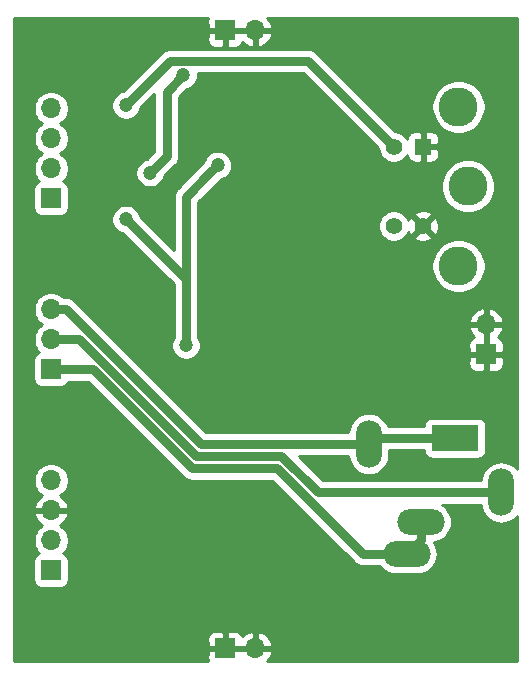
<source format=gbr>
G04 #@! TF.GenerationSoftware,KiCad,Pcbnew,(5.1.6)-1*
G04 #@! TF.CreationDate,2021-03-05T11:33:03+01:00*
G04 #@! TF.ProjectId,rfreplacement,72667265-706c-4616-9365-6d656e742e6b,rev?*
G04 #@! TF.SameCoordinates,Original*
G04 #@! TF.FileFunction,Copper,L2,Bot*
G04 #@! TF.FilePolarity,Positive*
%FSLAX46Y46*%
G04 Gerber Fmt 4.6, Leading zero omitted, Abs format (unit mm)*
G04 Created by KiCad (PCBNEW (5.1.6)-1) date 2021-03-05 11:33:03*
%MOMM*%
%LPD*%
G01*
G04 APERTURE LIST*
G04 #@! TA.AperFunction,ComponentPad*
%ADD10O,2.200000X4.000000*%
G04 #@! TD*
G04 #@! TA.AperFunction,ComponentPad*
%ADD11O,4.000000X2.200000*%
G04 #@! TD*
G04 #@! TA.AperFunction,ComponentPad*
%ADD12R,4.000000X2.200000*%
G04 #@! TD*
G04 #@! TA.AperFunction,ComponentPad*
%ADD13C,3.306000*%
G04 #@! TD*
G04 #@! TA.AperFunction,ComponentPad*
%ADD14C,1.398000*%
G04 #@! TD*
G04 #@! TA.AperFunction,ComponentPad*
%ADD15R,1.398000X1.398000*%
G04 #@! TD*
G04 #@! TA.AperFunction,ComponentPad*
%ADD16O,1.700000X1.700000*%
G04 #@! TD*
G04 #@! TA.AperFunction,ComponentPad*
%ADD17R,1.700000X1.700000*%
G04 #@! TD*
G04 #@! TA.AperFunction,ViaPad*
%ADD18C,1.200000*%
G04 #@! TD*
G04 #@! TA.AperFunction,Conductor*
%ADD19C,0.800000*%
G04 #@! TD*
G04 #@! TA.AperFunction,Conductor*
%ADD20C,0.254000*%
G04 #@! TD*
G04 APERTURE END LIST*
D10*
X146050000Y-96012000D03*
D11*
X138050000Y-101212000D03*
X139250000Y-98512000D03*
D10*
X134850000Y-91912000D03*
D12*
X142150000Y-91412000D03*
D13*
X142446000Y-63344000D03*
X142446000Y-76864000D03*
X143256000Y-70104000D03*
D14*
X136956000Y-73454000D03*
X139446000Y-73454000D03*
X136956000Y-66754000D03*
D15*
X139446000Y-66754000D03*
D16*
X125222000Y-56896000D03*
D17*
X122682000Y-56896000D03*
D16*
X125222000Y-109220000D03*
D17*
X122682000Y-109220000D03*
D16*
X144780000Y-81788000D03*
D17*
X144780000Y-84328000D03*
D16*
X107950000Y-80518000D03*
X107950000Y-83058000D03*
D17*
X107950000Y-85598000D03*
D16*
X107950000Y-94996000D03*
X107950000Y-97536000D03*
X107950000Y-100076000D03*
D17*
X107950000Y-102616000D03*
X107950000Y-71120000D03*
D16*
X107950000Y-68580000D03*
X107950000Y-66040000D03*
X107950000Y-63500000D03*
D18*
X116332000Y-68961000D03*
X119126000Y-60706000D03*
X114300000Y-72898000D03*
X119380000Y-83566000D03*
X122047000Y-68326000D03*
X114300000Y-63246000D03*
X114427000Y-78486000D03*
X123317000Y-70231000D03*
X120650000Y-106934000D03*
D19*
X116332000Y-68961000D02*
X117729000Y-67564000D01*
X117729000Y-62103000D02*
X119126000Y-60706000D01*
X117729000Y-67564000D02*
X117729000Y-62103000D01*
X119380000Y-82717472D02*
X119380000Y-83566000D01*
X119380000Y-77978000D02*
X119380000Y-82717472D01*
X114300000Y-72898000D02*
X119380000Y-77978000D01*
X119380000Y-70993000D02*
X121447001Y-68925999D01*
X121447001Y-68925999D02*
X122047000Y-68326000D01*
X119380000Y-77978000D02*
X119380000Y-70993000D01*
X129707999Y-59505999D02*
X136956000Y-66754000D01*
X118040001Y-59505999D02*
X129707999Y-59505999D01*
X114300000Y-63246000D02*
X118040001Y-59505999D01*
X107951998Y-80518000D02*
X107950000Y-80518000D01*
X135350000Y-91412000D02*
X134850000Y-91912000D01*
X142150000Y-91412000D02*
X135350000Y-91412000D01*
X107950000Y-80518000D02*
X109220000Y-80518000D01*
X120614000Y-91912000D02*
X134850000Y-91912000D01*
X109220000Y-80518000D02*
X120614000Y-91912000D01*
X108190002Y-83058000D02*
X107950000Y-83058000D01*
X130556000Y-96012000D02*
X146050000Y-96012000D01*
X127456010Y-92912010D02*
X130556000Y-96012000D01*
X110345774Y-83058000D02*
X120199783Y-92912010D01*
X120199783Y-92912010D02*
X127456010Y-92912010D01*
X107950000Y-83058000D02*
X110345774Y-83058000D01*
X139250000Y-100012000D02*
X138050000Y-101212000D01*
X139250000Y-98512000D02*
X139250000Y-100012000D01*
X107950000Y-85598000D02*
X111471548Y-85598000D01*
X119853548Y-93980000D02*
X127109774Y-93980000D01*
X111471548Y-85598000D02*
X119853548Y-93980000D01*
X134341774Y-101212000D02*
X138050000Y-101212000D01*
X127109774Y-93980000D02*
X134341774Y-101212000D01*
D20*
G36*
X121206188Y-55921518D02*
G01*
X121193928Y-56046000D01*
X121197000Y-56610250D01*
X121355750Y-56769000D01*
X122555000Y-56769000D01*
X122555000Y-56749000D01*
X122809000Y-56749000D01*
X122809000Y-56769000D01*
X125095000Y-56769000D01*
X125095000Y-56749000D01*
X125349000Y-56749000D01*
X125349000Y-56769000D01*
X126542814Y-56769000D01*
X126663481Y-56539109D01*
X126566157Y-56264748D01*
X126417178Y-56014645D01*
X126226405Y-55803000D01*
X147397000Y-55803000D01*
X147397001Y-94018430D01*
X147282766Y-93879234D01*
X147018578Y-93662421D01*
X146717168Y-93501314D01*
X146390119Y-93402105D01*
X146050000Y-93368606D01*
X145709882Y-93402105D01*
X145382833Y-93501314D01*
X145081423Y-93662421D01*
X144817235Y-93879234D01*
X144600422Y-94143422D01*
X144439315Y-94444832D01*
X144340106Y-94771881D01*
X144319903Y-94977000D01*
X130984711Y-94977000D01*
X128954710Y-92947000D01*
X133119903Y-92947000D01*
X133140105Y-93152118D01*
X133239314Y-93479167D01*
X133400421Y-93780577D01*
X133617234Y-94044766D01*
X133881422Y-94261579D01*
X134182832Y-94422686D01*
X134509881Y-94521895D01*
X134850000Y-94555394D01*
X135190118Y-94521895D01*
X135517167Y-94422686D01*
X135818577Y-94261579D01*
X136082766Y-94044766D01*
X136299579Y-93780578D01*
X136460686Y-93479168D01*
X136559895Y-93152119D01*
X136585000Y-92897225D01*
X136585000Y-92447000D01*
X139511928Y-92447000D01*
X139511928Y-92512000D01*
X139524188Y-92636482D01*
X139560498Y-92756180D01*
X139619463Y-92866494D01*
X139698815Y-92963185D01*
X139795506Y-93042537D01*
X139905820Y-93101502D01*
X140025518Y-93137812D01*
X140150000Y-93150072D01*
X144150000Y-93150072D01*
X144274482Y-93137812D01*
X144394180Y-93101502D01*
X144504494Y-93042537D01*
X144601185Y-92963185D01*
X144680537Y-92866494D01*
X144739502Y-92756180D01*
X144775812Y-92636482D01*
X144788072Y-92512000D01*
X144788072Y-90312000D01*
X144775812Y-90187518D01*
X144739502Y-90067820D01*
X144680537Y-89957506D01*
X144601185Y-89860815D01*
X144504494Y-89781463D01*
X144394180Y-89722498D01*
X144274482Y-89686188D01*
X144150000Y-89673928D01*
X140150000Y-89673928D01*
X140025518Y-89686188D01*
X139905820Y-89722498D01*
X139795506Y-89781463D01*
X139698815Y-89860815D01*
X139619463Y-89957506D01*
X139560498Y-90067820D01*
X139524188Y-90187518D01*
X139511928Y-90312000D01*
X139511928Y-90377000D01*
X136470444Y-90377000D01*
X136460686Y-90344832D01*
X136299579Y-90043422D01*
X136082766Y-89779234D01*
X135818578Y-89562421D01*
X135517168Y-89401314D01*
X135190119Y-89302105D01*
X134850000Y-89268606D01*
X134509882Y-89302105D01*
X134182833Y-89401314D01*
X133881423Y-89562421D01*
X133617235Y-89779234D01*
X133400422Y-90043422D01*
X133239315Y-90344832D01*
X133140106Y-90671881D01*
X133119903Y-90877000D01*
X121042711Y-90877000D01*
X115343711Y-85178000D01*
X143291928Y-85178000D01*
X143304188Y-85302482D01*
X143340498Y-85422180D01*
X143399463Y-85532494D01*
X143478815Y-85629185D01*
X143575506Y-85708537D01*
X143685820Y-85767502D01*
X143805518Y-85803812D01*
X143930000Y-85816072D01*
X144494250Y-85813000D01*
X144653000Y-85654250D01*
X144653000Y-84455000D01*
X144907000Y-84455000D01*
X144907000Y-85654250D01*
X145065750Y-85813000D01*
X145630000Y-85816072D01*
X145754482Y-85803812D01*
X145874180Y-85767502D01*
X145984494Y-85708537D01*
X146081185Y-85629185D01*
X146160537Y-85532494D01*
X146219502Y-85422180D01*
X146255812Y-85302482D01*
X146268072Y-85178000D01*
X146265000Y-84613750D01*
X146106250Y-84455000D01*
X144907000Y-84455000D01*
X144653000Y-84455000D01*
X143453750Y-84455000D01*
X143295000Y-84613750D01*
X143291928Y-85178000D01*
X115343711Y-85178000D01*
X109987807Y-79822097D01*
X109955396Y-79782604D01*
X109797797Y-79653266D01*
X109617993Y-79557159D01*
X109422895Y-79497976D01*
X109270838Y-79483000D01*
X109270828Y-79483000D01*
X109220000Y-79477994D01*
X109169172Y-79483000D01*
X109015107Y-79483000D01*
X108896632Y-79364525D01*
X108653411Y-79202010D01*
X108383158Y-79090068D01*
X108096260Y-79033000D01*
X107803740Y-79033000D01*
X107516842Y-79090068D01*
X107246589Y-79202010D01*
X107003368Y-79364525D01*
X106796525Y-79571368D01*
X106634010Y-79814589D01*
X106522068Y-80084842D01*
X106465000Y-80371740D01*
X106465000Y-80664260D01*
X106522068Y-80951158D01*
X106634010Y-81221411D01*
X106796525Y-81464632D01*
X107003368Y-81671475D01*
X107177760Y-81788000D01*
X107003368Y-81904525D01*
X106796525Y-82111368D01*
X106634010Y-82354589D01*
X106522068Y-82624842D01*
X106465000Y-82911740D01*
X106465000Y-83204260D01*
X106522068Y-83491158D01*
X106634010Y-83761411D01*
X106796525Y-84004632D01*
X106928380Y-84136487D01*
X106855820Y-84158498D01*
X106745506Y-84217463D01*
X106648815Y-84296815D01*
X106569463Y-84393506D01*
X106510498Y-84503820D01*
X106474188Y-84623518D01*
X106461928Y-84748000D01*
X106461928Y-86448000D01*
X106474188Y-86572482D01*
X106510498Y-86692180D01*
X106569463Y-86802494D01*
X106648815Y-86899185D01*
X106745506Y-86978537D01*
X106855820Y-87037502D01*
X106975518Y-87073812D01*
X107100000Y-87086072D01*
X108800000Y-87086072D01*
X108924482Y-87073812D01*
X109044180Y-87037502D01*
X109154494Y-86978537D01*
X109251185Y-86899185D01*
X109330537Y-86802494D01*
X109389502Y-86692180D01*
X109407454Y-86633000D01*
X111042838Y-86633000D01*
X119085744Y-94675907D01*
X119118152Y-94715396D01*
X119157640Y-94747803D01*
X119275750Y-94844734D01*
X119371857Y-94896104D01*
X119455555Y-94940841D01*
X119650653Y-95000024D01*
X119802710Y-95015000D01*
X119802719Y-95015000D01*
X119853547Y-95020006D01*
X119904375Y-95015000D01*
X126681064Y-95015000D01*
X133573971Y-101907908D01*
X133606378Y-101947396D01*
X133763977Y-102076734D01*
X133943781Y-102172841D01*
X134138879Y-102232024D01*
X134290936Y-102247000D01*
X134290945Y-102247000D01*
X134341773Y-102252006D01*
X134392601Y-102247000D01*
X135754932Y-102247000D01*
X135917234Y-102444766D01*
X136181422Y-102661579D01*
X136482832Y-102822686D01*
X136809881Y-102921895D01*
X137064775Y-102947000D01*
X139035225Y-102947000D01*
X139290119Y-102921895D01*
X139617168Y-102822686D01*
X139918578Y-102661579D01*
X140182766Y-102444766D01*
X140399579Y-102180578D01*
X140560686Y-101879168D01*
X140659895Y-101552119D01*
X140693394Y-101212000D01*
X140659895Y-100871881D01*
X140560686Y-100544832D01*
X140399579Y-100243422D01*
X140390005Y-100231755D01*
X140490119Y-100221895D01*
X140817168Y-100122686D01*
X141118578Y-99961579D01*
X141382766Y-99744766D01*
X141599579Y-99480578D01*
X141760686Y-99179168D01*
X141859895Y-98852119D01*
X141893394Y-98512000D01*
X141859895Y-98171881D01*
X141760686Y-97844832D01*
X141599579Y-97543422D01*
X141382766Y-97279234D01*
X141118578Y-97062421D01*
X141089727Y-97047000D01*
X144319903Y-97047000D01*
X144340105Y-97252118D01*
X144439314Y-97579167D01*
X144600421Y-97880577D01*
X144817234Y-98144766D01*
X145081422Y-98361579D01*
X145382832Y-98522686D01*
X145709881Y-98621895D01*
X146050000Y-98655394D01*
X146390118Y-98621895D01*
X146717167Y-98522686D01*
X147018577Y-98361579D01*
X147282766Y-98144766D01*
X147397001Y-98005570D01*
X147397001Y-110313000D01*
X126226405Y-110313000D01*
X126417178Y-110101355D01*
X126566157Y-109851252D01*
X126663481Y-109576891D01*
X126542814Y-109347000D01*
X125349000Y-109347000D01*
X125349000Y-109367000D01*
X125095000Y-109367000D01*
X125095000Y-109347000D01*
X122809000Y-109347000D01*
X122809000Y-109367000D01*
X122555000Y-109367000D01*
X122555000Y-109347000D01*
X121355750Y-109347000D01*
X121197000Y-109505750D01*
X121193928Y-110070000D01*
X121206188Y-110194482D01*
X121242140Y-110313000D01*
X104825000Y-110313000D01*
X104825000Y-108370000D01*
X121193928Y-108370000D01*
X121197000Y-108934250D01*
X121355750Y-109093000D01*
X122555000Y-109093000D01*
X122555000Y-107893750D01*
X122809000Y-107893750D01*
X122809000Y-109093000D01*
X125095000Y-109093000D01*
X125095000Y-107899845D01*
X125349000Y-107899845D01*
X125349000Y-109093000D01*
X126542814Y-109093000D01*
X126663481Y-108863109D01*
X126566157Y-108588748D01*
X126417178Y-108338645D01*
X126222269Y-108122412D01*
X125988920Y-107948359D01*
X125726099Y-107823175D01*
X125578890Y-107778524D01*
X125349000Y-107899845D01*
X125095000Y-107899845D01*
X124865110Y-107778524D01*
X124717901Y-107823175D01*
X124455080Y-107948359D01*
X124221731Y-108122412D01*
X124145966Y-108206466D01*
X124121502Y-108125820D01*
X124062537Y-108015506D01*
X123983185Y-107918815D01*
X123886494Y-107839463D01*
X123776180Y-107780498D01*
X123656482Y-107744188D01*
X123532000Y-107731928D01*
X122967750Y-107735000D01*
X122809000Y-107893750D01*
X122555000Y-107893750D01*
X122396250Y-107735000D01*
X121832000Y-107731928D01*
X121707518Y-107744188D01*
X121587820Y-107780498D01*
X121477506Y-107839463D01*
X121380815Y-107918815D01*
X121301463Y-108015506D01*
X121242498Y-108125820D01*
X121206188Y-108245518D01*
X121193928Y-108370000D01*
X104825000Y-108370000D01*
X104825000Y-101766000D01*
X106461928Y-101766000D01*
X106461928Y-103466000D01*
X106474188Y-103590482D01*
X106510498Y-103710180D01*
X106569463Y-103820494D01*
X106648815Y-103917185D01*
X106745506Y-103996537D01*
X106855820Y-104055502D01*
X106975518Y-104091812D01*
X107100000Y-104104072D01*
X108800000Y-104104072D01*
X108924482Y-104091812D01*
X109044180Y-104055502D01*
X109154494Y-103996537D01*
X109251185Y-103917185D01*
X109330537Y-103820494D01*
X109389502Y-103710180D01*
X109425812Y-103590482D01*
X109438072Y-103466000D01*
X109438072Y-101766000D01*
X109425812Y-101641518D01*
X109389502Y-101521820D01*
X109330537Y-101411506D01*
X109251185Y-101314815D01*
X109154494Y-101235463D01*
X109044180Y-101176498D01*
X108971620Y-101154487D01*
X109103475Y-101022632D01*
X109265990Y-100779411D01*
X109377932Y-100509158D01*
X109435000Y-100222260D01*
X109435000Y-99929740D01*
X109377932Y-99642842D01*
X109265990Y-99372589D01*
X109103475Y-99129368D01*
X108896632Y-98922525D01*
X108714466Y-98800805D01*
X108831355Y-98731178D01*
X109047588Y-98536269D01*
X109221641Y-98302920D01*
X109346825Y-98040099D01*
X109391476Y-97892890D01*
X109270155Y-97663000D01*
X108077000Y-97663000D01*
X108077000Y-97683000D01*
X107823000Y-97683000D01*
X107823000Y-97663000D01*
X106629845Y-97663000D01*
X106508524Y-97892890D01*
X106553175Y-98040099D01*
X106678359Y-98302920D01*
X106852412Y-98536269D01*
X107068645Y-98731178D01*
X107185534Y-98800805D01*
X107003368Y-98922525D01*
X106796525Y-99129368D01*
X106634010Y-99372589D01*
X106522068Y-99642842D01*
X106465000Y-99929740D01*
X106465000Y-100222260D01*
X106522068Y-100509158D01*
X106634010Y-100779411D01*
X106796525Y-101022632D01*
X106928380Y-101154487D01*
X106855820Y-101176498D01*
X106745506Y-101235463D01*
X106648815Y-101314815D01*
X106569463Y-101411506D01*
X106510498Y-101521820D01*
X106474188Y-101641518D01*
X106461928Y-101766000D01*
X104825000Y-101766000D01*
X104825000Y-94849740D01*
X106465000Y-94849740D01*
X106465000Y-95142260D01*
X106522068Y-95429158D01*
X106634010Y-95699411D01*
X106796525Y-95942632D01*
X107003368Y-96149475D01*
X107185534Y-96271195D01*
X107068645Y-96340822D01*
X106852412Y-96535731D01*
X106678359Y-96769080D01*
X106553175Y-97031901D01*
X106508524Y-97179110D01*
X106629845Y-97409000D01*
X107823000Y-97409000D01*
X107823000Y-97389000D01*
X108077000Y-97389000D01*
X108077000Y-97409000D01*
X109270155Y-97409000D01*
X109391476Y-97179110D01*
X109346825Y-97031901D01*
X109221641Y-96769080D01*
X109047588Y-96535731D01*
X108831355Y-96340822D01*
X108714466Y-96271195D01*
X108896632Y-96149475D01*
X109103475Y-95942632D01*
X109265990Y-95699411D01*
X109377932Y-95429158D01*
X109435000Y-95142260D01*
X109435000Y-94849740D01*
X109377932Y-94562842D01*
X109265990Y-94292589D01*
X109103475Y-94049368D01*
X108896632Y-93842525D01*
X108653411Y-93680010D01*
X108383158Y-93568068D01*
X108096260Y-93511000D01*
X107803740Y-93511000D01*
X107516842Y-93568068D01*
X107246589Y-93680010D01*
X107003368Y-93842525D01*
X106796525Y-94049368D01*
X106634010Y-94292589D01*
X106522068Y-94562842D01*
X106465000Y-94849740D01*
X104825000Y-94849740D01*
X104825000Y-72776363D01*
X113065000Y-72776363D01*
X113065000Y-73019637D01*
X113112460Y-73258236D01*
X113205557Y-73482992D01*
X113340713Y-73685267D01*
X113512733Y-73857287D01*
X113715008Y-73992443D01*
X113939764Y-74085540D01*
X114044704Y-74106414D01*
X118345000Y-78406711D01*
X118345001Y-82666625D01*
X118345000Y-82666635D01*
X118345000Y-82892045D01*
X118285557Y-82981008D01*
X118192460Y-83205764D01*
X118145000Y-83444363D01*
X118145000Y-83687637D01*
X118192460Y-83926236D01*
X118285557Y-84150992D01*
X118420713Y-84353267D01*
X118592733Y-84525287D01*
X118795008Y-84660443D01*
X119019764Y-84753540D01*
X119258363Y-84801000D01*
X119501637Y-84801000D01*
X119740236Y-84753540D01*
X119964992Y-84660443D01*
X120167267Y-84525287D01*
X120339287Y-84353267D01*
X120474443Y-84150992D01*
X120567540Y-83926236D01*
X120615000Y-83687637D01*
X120615000Y-83478000D01*
X143291928Y-83478000D01*
X143295000Y-84042250D01*
X143453750Y-84201000D01*
X144653000Y-84201000D01*
X144653000Y-81915000D01*
X144907000Y-81915000D01*
X144907000Y-84201000D01*
X146106250Y-84201000D01*
X146265000Y-84042250D01*
X146268072Y-83478000D01*
X146255812Y-83353518D01*
X146219502Y-83233820D01*
X146160537Y-83123506D01*
X146081185Y-83026815D01*
X145984494Y-82947463D01*
X145874180Y-82888498D01*
X145793534Y-82864034D01*
X145877588Y-82788269D01*
X146051641Y-82554920D01*
X146176825Y-82292099D01*
X146221476Y-82144890D01*
X146100155Y-81915000D01*
X144907000Y-81915000D01*
X144653000Y-81915000D01*
X143459845Y-81915000D01*
X143338524Y-82144890D01*
X143383175Y-82292099D01*
X143508359Y-82554920D01*
X143682412Y-82788269D01*
X143766466Y-82864034D01*
X143685820Y-82888498D01*
X143575506Y-82947463D01*
X143478815Y-83026815D01*
X143399463Y-83123506D01*
X143340498Y-83233820D01*
X143304188Y-83353518D01*
X143291928Y-83478000D01*
X120615000Y-83478000D01*
X120615000Y-83444363D01*
X120567540Y-83205764D01*
X120474443Y-82981008D01*
X120415000Y-82892045D01*
X120415000Y-81431110D01*
X143338524Y-81431110D01*
X143459845Y-81661000D01*
X144653000Y-81661000D01*
X144653000Y-80467186D01*
X144907000Y-80467186D01*
X144907000Y-81661000D01*
X146100155Y-81661000D01*
X146221476Y-81431110D01*
X146176825Y-81283901D01*
X146051641Y-81021080D01*
X145877588Y-80787731D01*
X145661355Y-80592822D01*
X145411252Y-80443843D01*
X145136891Y-80346519D01*
X144907000Y-80467186D01*
X144653000Y-80467186D01*
X144423109Y-80346519D01*
X144148748Y-80443843D01*
X143898645Y-80592822D01*
X143682412Y-80787731D01*
X143508359Y-81021080D01*
X143383175Y-81283901D01*
X143338524Y-81431110D01*
X120415000Y-81431110D01*
X120415000Y-78028835D01*
X120420007Y-77978000D01*
X120415000Y-77927162D01*
X120415000Y-76638652D01*
X140158000Y-76638652D01*
X140158000Y-77089348D01*
X140245926Y-77531385D01*
X140418400Y-77947775D01*
X140668794Y-78322515D01*
X140987485Y-78641206D01*
X141362225Y-78891600D01*
X141778615Y-79064074D01*
X142220652Y-79152000D01*
X142671348Y-79152000D01*
X143113385Y-79064074D01*
X143529775Y-78891600D01*
X143904515Y-78641206D01*
X144223206Y-78322515D01*
X144473600Y-77947775D01*
X144646074Y-77531385D01*
X144734000Y-77089348D01*
X144734000Y-76638652D01*
X144646074Y-76196615D01*
X144473600Y-75780225D01*
X144223206Y-75405485D01*
X143904515Y-75086794D01*
X143529775Y-74836400D01*
X143113385Y-74663926D01*
X142671348Y-74576000D01*
X142220652Y-74576000D01*
X141778615Y-74663926D01*
X141362225Y-74836400D01*
X140987485Y-75086794D01*
X140668794Y-75405485D01*
X140418400Y-75780225D01*
X140245926Y-76196615D01*
X140158000Y-76638652D01*
X120415000Y-76638652D01*
X120415000Y-73322612D01*
X135622000Y-73322612D01*
X135622000Y-73585388D01*
X135673265Y-73843114D01*
X135773824Y-74085886D01*
X135919814Y-74304376D01*
X136105624Y-74490186D01*
X136324114Y-74636176D01*
X136566886Y-74736735D01*
X136824612Y-74788000D01*
X137087388Y-74788000D01*
X137345114Y-74736735D01*
X137587886Y-74636176D01*
X137806376Y-74490186D01*
X137922007Y-74374555D01*
X138705050Y-74374555D01*
X138764389Y-74608221D01*
X139002664Y-74719018D01*
X139257975Y-74781202D01*
X139520512Y-74792382D01*
X139780186Y-74752129D01*
X140027017Y-74661990D01*
X140127611Y-74608221D01*
X140186950Y-74374555D01*
X139446000Y-73633605D01*
X138705050Y-74374555D01*
X137922007Y-74374555D01*
X137992186Y-74304376D01*
X138138176Y-74085886D01*
X138201106Y-73933960D01*
X138238010Y-74035017D01*
X138291779Y-74135611D01*
X138525445Y-74194950D01*
X139266395Y-73454000D01*
X139625605Y-73454000D01*
X140366555Y-74194950D01*
X140600221Y-74135611D01*
X140711018Y-73897336D01*
X140773202Y-73642025D01*
X140784382Y-73379488D01*
X140744129Y-73119814D01*
X140653990Y-72872983D01*
X140600221Y-72772389D01*
X140366555Y-72713050D01*
X139625605Y-73454000D01*
X139266395Y-73454000D01*
X138525445Y-72713050D01*
X138291779Y-72772389D01*
X138199648Y-72970521D01*
X138138176Y-72822114D01*
X137992186Y-72603624D01*
X137922007Y-72533445D01*
X138705050Y-72533445D01*
X139446000Y-73274395D01*
X140186950Y-72533445D01*
X140127611Y-72299779D01*
X139889336Y-72188982D01*
X139634025Y-72126798D01*
X139371488Y-72115618D01*
X139111814Y-72155871D01*
X138864983Y-72246010D01*
X138764389Y-72299779D01*
X138705050Y-72533445D01*
X137922007Y-72533445D01*
X137806376Y-72417814D01*
X137587886Y-72271824D01*
X137345114Y-72171265D01*
X137087388Y-72120000D01*
X136824612Y-72120000D01*
X136566886Y-72171265D01*
X136324114Y-72271824D01*
X136105624Y-72417814D01*
X135919814Y-72603624D01*
X135773824Y-72822114D01*
X135673265Y-73064886D01*
X135622000Y-73322612D01*
X120415000Y-73322612D01*
X120415000Y-71421710D01*
X121958058Y-69878652D01*
X140968000Y-69878652D01*
X140968000Y-70329348D01*
X141055926Y-70771385D01*
X141228400Y-71187775D01*
X141478794Y-71562515D01*
X141797485Y-71881206D01*
X142172225Y-72131600D01*
X142588615Y-72304074D01*
X143030652Y-72392000D01*
X143481348Y-72392000D01*
X143923385Y-72304074D01*
X144339775Y-72131600D01*
X144714515Y-71881206D01*
X145033206Y-71562515D01*
X145283600Y-71187775D01*
X145456074Y-70771385D01*
X145544000Y-70329348D01*
X145544000Y-69878652D01*
X145456074Y-69436615D01*
X145283600Y-69020225D01*
X145033206Y-68645485D01*
X144714515Y-68326794D01*
X144339775Y-68076400D01*
X143923385Y-67903926D01*
X143481348Y-67816000D01*
X143030652Y-67816000D01*
X142588615Y-67903926D01*
X142172225Y-68076400D01*
X141797485Y-68326794D01*
X141478794Y-68645485D01*
X141228400Y-69020225D01*
X141055926Y-69436615D01*
X140968000Y-69878652D01*
X121958058Y-69878652D01*
X122214804Y-69621907D01*
X122214809Y-69621901D01*
X122302296Y-69534414D01*
X122407236Y-69513540D01*
X122631992Y-69420443D01*
X122834267Y-69285287D01*
X123006287Y-69113267D01*
X123141443Y-68910992D01*
X123234540Y-68686236D01*
X123282000Y-68447637D01*
X123282000Y-68204363D01*
X123234540Y-67965764D01*
X123141443Y-67741008D01*
X123006287Y-67538733D01*
X122834267Y-67366713D01*
X122631992Y-67231557D01*
X122407236Y-67138460D01*
X122168637Y-67091000D01*
X121925363Y-67091000D01*
X121686764Y-67138460D01*
X121462008Y-67231557D01*
X121259733Y-67366713D01*
X121087713Y-67538733D01*
X120952557Y-67741008D01*
X120859460Y-67965764D01*
X120838586Y-68070704D01*
X120751099Y-68158191D01*
X120751093Y-68158196D01*
X118684092Y-70225198D01*
X118644605Y-70257604D01*
X118612198Y-70297092D01*
X118612197Y-70297093D01*
X118515266Y-70415203D01*
X118419160Y-70595007D01*
X118359977Y-70790105D01*
X118339994Y-70993000D01*
X118345001Y-71043838D01*
X118345000Y-75479290D01*
X115508414Y-72642704D01*
X115487540Y-72537764D01*
X115394443Y-72313008D01*
X115259287Y-72110733D01*
X115087267Y-71938713D01*
X114884992Y-71803557D01*
X114660236Y-71710460D01*
X114421637Y-71663000D01*
X114178363Y-71663000D01*
X113939764Y-71710460D01*
X113715008Y-71803557D01*
X113512733Y-71938713D01*
X113340713Y-72110733D01*
X113205557Y-72313008D01*
X113112460Y-72537764D01*
X113065000Y-72776363D01*
X104825000Y-72776363D01*
X104825000Y-70270000D01*
X106461928Y-70270000D01*
X106461928Y-71970000D01*
X106474188Y-72094482D01*
X106510498Y-72214180D01*
X106569463Y-72324494D01*
X106648815Y-72421185D01*
X106745506Y-72500537D01*
X106855820Y-72559502D01*
X106975518Y-72595812D01*
X107100000Y-72608072D01*
X108800000Y-72608072D01*
X108924482Y-72595812D01*
X109044180Y-72559502D01*
X109154494Y-72500537D01*
X109251185Y-72421185D01*
X109330537Y-72324494D01*
X109389502Y-72214180D01*
X109425812Y-72094482D01*
X109438072Y-71970000D01*
X109438072Y-70270000D01*
X109425812Y-70145518D01*
X109389502Y-70025820D01*
X109330537Y-69915506D01*
X109251185Y-69818815D01*
X109154494Y-69739463D01*
X109044180Y-69680498D01*
X108971620Y-69658487D01*
X109103475Y-69526632D01*
X109265990Y-69283411D01*
X109377932Y-69013158D01*
X109435000Y-68726260D01*
X109435000Y-68433740D01*
X109377932Y-68146842D01*
X109265990Y-67876589D01*
X109103475Y-67633368D01*
X108896632Y-67426525D01*
X108722240Y-67310000D01*
X108896632Y-67193475D01*
X109103475Y-66986632D01*
X109265990Y-66743411D01*
X109377932Y-66473158D01*
X109435000Y-66186260D01*
X109435000Y-65893740D01*
X109377932Y-65606842D01*
X109265990Y-65336589D01*
X109103475Y-65093368D01*
X108896632Y-64886525D01*
X108722240Y-64770000D01*
X108896632Y-64653475D01*
X109103475Y-64446632D01*
X109265990Y-64203411D01*
X109377932Y-63933158D01*
X109435000Y-63646260D01*
X109435000Y-63353740D01*
X109389374Y-63124363D01*
X113065000Y-63124363D01*
X113065000Y-63367637D01*
X113112460Y-63606236D01*
X113205557Y-63830992D01*
X113340713Y-64033267D01*
X113512733Y-64205287D01*
X113715008Y-64340443D01*
X113939764Y-64433540D01*
X114178363Y-64481000D01*
X114421637Y-64481000D01*
X114660236Y-64433540D01*
X114884992Y-64340443D01*
X115087267Y-64205287D01*
X115259287Y-64033267D01*
X115394443Y-63830992D01*
X115487540Y-63606236D01*
X115508414Y-63501296D01*
X116694001Y-62315709D01*
X116694000Y-67135289D01*
X116076703Y-67752586D01*
X115971764Y-67773460D01*
X115747008Y-67866557D01*
X115544733Y-68001713D01*
X115372713Y-68173733D01*
X115237557Y-68376008D01*
X115144460Y-68600764D01*
X115097000Y-68839363D01*
X115097000Y-69082637D01*
X115144460Y-69321236D01*
X115237557Y-69545992D01*
X115372713Y-69748267D01*
X115544733Y-69920287D01*
X115747008Y-70055443D01*
X115971764Y-70148540D01*
X116210363Y-70196000D01*
X116453637Y-70196000D01*
X116692236Y-70148540D01*
X116916992Y-70055443D01*
X117119267Y-69920287D01*
X117291287Y-69748267D01*
X117426443Y-69545992D01*
X117519540Y-69321236D01*
X117540414Y-69216297D01*
X118424908Y-68331803D01*
X118464396Y-68299396D01*
X118496803Y-68259908D01*
X118593734Y-68141798D01*
X118668610Y-68001713D01*
X118689841Y-67961993D01*
X118749024Y-67766895D01*
X118764000Y-67614838D01*
X118764000Y-67614829D01*
X118769006Y-67564001D01*
X118764000Y-67513173D01*
X118764000Y-62531710D01*
X119381297Y-61914414D01*
X119486236Y-61893540D01*
X119710992Y-61800443D01*
X119913267Y-61665287D01*
X120085287Y-61493267D01*
X120220443Y-61290992D01*
X120313540Y-61066236D01*
X120361000Y-60827637D01*
X120361000Y-60584363D01*
X120352374Y-60540999D01*
X129279289Y-60540999D01*
X135622000Y-66883711D01*
X135622000Y-66885388D01*
X135673265Y-67143114D01*
X135773824Y-67385886D01*
X135919814Y-67604376D01*
X136105624Y-67790186D01*
X136324114Y-67936176D01*
X136566886Y-68036735D01*
X136824612Y-68088000D01*
X137087388Y-68088000D01*
X137345114Y-68036735D01*
X137587886Y-67936176D01*
X137806376Y-67790186D01*
X137992186Y-67604376D01*
X138109103Y-67429396D01*
X138108928Y-67453000D01*
X138121188Y-67577482D01*
X138157498Y-67697180D01*
X138216463Y-67807494D01*
X138295815Y-67904185D01*
X138392506Y-67983537D01*
X138502820Y-68042502D01*
X138622518Y-68078812D01*
X138747000Y-68091072D01*
X139160250Y-68088000D01*
X139319000Y-67929250D01*
X139319000Y-66881000D01*
X139573000Y-66881000D01*
X139573000Y-67929250D01*
X139731750Y-68088000D01*
X140145000Y-68091072D01*
X140269482Y-68078812D01*
X140389180Y-68042502D01*
X140499494Y-67983537D01*
X140596185Y-67904185D01*
X140675537Y-67807494D01*
X140734502Y-67697180D01*
X140770812Y-67577482D01*
X140783072Y-67453000D01*
X140780000Y-67039750D01*
X140621250Y-66881000D01*
X139573000Y-66881000D01*
X139319000Y-66881000D01*
X139299000Y-66881000D01*
X139299000Y-66627000D01*
X139319000Y-66627000D01*
X139319000Y-65578750D01*
X139573000Y-65578750D01*
X139573000Y-66627000D01*
X140621250Y-66627000D01*
X140780000Y-66468250D01*
X140783072Y-66055000D01*
X140770812Y-65930518D01*
X140734502Y-65810820D01*
X140675537Y-65700506D01*
X140596185Y-65603815D01*
X140499494Y-65524463D01*
X140389180Y-65465498D01*
X140269482Y-65429188D01*
X140145000Y-65416928D01*
X139731750Y-65420000D01*
X139573000Y-65578750D01*
X139319000Y-65578750D01*
X139160250Y-65420000D01*
X138747000Y-65416928D01*
X138622518Y-65429188D01*
X138502820Y-65465498D01*
X138392506Y-65524463D01*
X138295815Y-65603815D01*
X138216463Y-65700506D01*
X138157498Y-65810820D01*
X138121188Y-65930518D01*
X138108928Y-66055000D01*
X138109103Y-66078604D01*
X137992186Y-65903624D01*
X137806376Y-65717814D01*
X137587886Y-65571824D01*
X137345114Y-65471265D01*
X137087388Y-65420000D01*
X137085711Y-65420000D01*
X134784363Y-63118652D01*
X140158000Y-63118652D01*
X140158000Y-63569348D01*
X140245926Y-64011385D01*
X140418400Y-64427775D01*
X140668794Y-64802515D01*
X140987485Y-65121206D01*
X141362225Y-65371600D01*
X141778615Y-65544074D01*
X142220652Y-65632000D01*
X142671348Y-65632000D01*
X143113385Y-65544074D01*
X143529775Y-65371600D01*
X143904515Y-65121206D01*
X144223206Y-64802515D01*
X144473600Y-64427775D01*
X144646074Y-64011385D01*
X144734000Y-63569348D01*
X144734000Y-63118652D01*
X144646074Y-62676615D01*
X144473600Y-62260225D01*
X144223206Y-61885485D01*
X143904515Y-61566794D01*
X143529775Y-61316400D01*
X143113385Y-61143926D01*
X142671348Y-61056000D01*
X142220652Y-61056000D01*
X141778615Y-61143926D01*
X141362225Y-61316400D01*
X140987485Y-61566794D01*
X140668794Y-61885485D01*
X140418400Y-62260225D01*
X140245926Y-62676615D01*
X140158000Y-63118652D01*
X134784363Y-63118652D01*
X130475806Y-58810096D01*
X130443395Y-58770603D01*
X130285796Y-58641265D01*
X130105992Y-58545158D01*
X129910894Y-58485975D01*
X129758837Y-58470999D01*
X129758827Y-58470999D01*
X129707999Y-58465993D01*
X129657171Y-58470999D01*
X118090828Y-58470999D01*
X118040000Y-58465993D01*
X117989172Y-58470999D01*
X117989163Y-58470999D01*
X117837106Y-58485975D01*
X117642008Y-58545158D01*
X117558310Y-58589895D01*
X117462203Y-58641265D01*
X117344093Y-58738196D01*
X117304605Y-58770603D01*
X117272198Y-58810091D01*
X114044704Y-62037586D01*
X113939764Y-62058460D01*
X113715008Y-62151557D01*
X113512733Y-62286713D01*
X113340713Y-62458733D01*
X113205557Y-62661008D01*
X113112460Y-62885764D01*
X113065000Y-63124363D01*
X109389374Y-63124363D01*
X109377932Y-63066842D01*
X109265990Y-62796589D01*
X109103475Y-62553368D01*
X108896632Y-62346525D01*
X108653411Y-62184010D01*
X108383158Y-62072068D01*
X108096260Y-62015000D01*
X107803740Y-62015000D01*
X107516842Y-62072068D01*
X107246589Y-62184010D01*
X107003368Y-62346525D01*
X106796525Y-62553368D01*
X106634010Y-62796589D01*
X106522068Y-63066842D01*
X106465000Y-63353740D01*
X106465000Y-63646260D01*
X106522068Y-63933158D01*
X106634010Y-64203411D01*
X106796525Y-64446632D01*
X107003368Y-64653475D01*
X107177760Y-64770000D01*
X107003368Y-64886525D01*
X106796525Y-65093368D01*
X106634010Y-65336589D01*
X106522068Y-65606842D01*
X106465000Y-65893740D01*
X106465000Y-66186260D01*
X106522068Y-66473158D01*
X106634010Y-66743411D01*
X106796525Y-66986632D01*
X107003368Y-67193475D01*
X107177760Y-67310000D01*
X107003368Y-67426525D01*
X106796525Y-67633368D01*
X106634010Y-67876589D01*
X106522068Y-68146842D01*
X106465000Y-68433740D01*
X106465000Y-68726260D01*
X106522068Y-69013158D01*
X106634010Y-69283411D01*
X106796525Y-69526632D01*
X106928380Y-69658487D01*
X106855820Y-69680498D01*
X106745506Y-69739463D01*
X106648815Y-69818815D01*
X106569463Y-69915506D01*
X106510498Y-70025820D01*
X106474188Y-70145518D01*
X106461928Y-70270000D01*
X104825000Y-70270000D01*
X104825000Y-57746000D01*
X121193928Y-57746000D01*
X121206188Y-57870482D01*
X121242498Y-57990180D01*
X121301463Y-58100494D01*
X121380815Y-58197185D01*
X121477506Y-58276537D01*
X121587820Y-58335502D01*
X121707518Y-58371812D01*
X121832000Y-58384072D01*
X122396250Y-58381000D01*
X122555000Y-58222250D01*
X122555000Y-57023000D01*
X122809000Y-57023000D01*
X122809000Y-58222250D01*
X122967750Y-58381000D01*
X123532000Y-58384072D01*
X123656482Y-58371812D01*
X123776180Y-58335502D01*
X123886494Y-58276537D01*
X123983185Y-58197185D01*
X124062537Y-58100494D01*
X124121502Y-57990180D01*
X124145966Y-57909534D01*
X124221731Y-57993588D01*
X124455080Y-58167641D01*
X124717901Y-58292825D01*
X124865110Y-58337476D01*
X125095000Y-58216155D01*
X125095000Y-57023000D01*
X125349000Y-57023000D01*
X125349000Y-58216155D01*
X125578890Y-58337476D01*
X125726099Y-58292825D01*
X125988920Y-58167641D01*
X126222269Y-57993588D01*
X126417178Y-57777355D01*
X126566157Y-57527252D01*
X126663481Y-57252891D01*
X126542814Y-57023000D01*
X125349000Y-57023000D01*
X125095000Y-57023000D01*
X122809000Y-57023000D01*
X122555000Y-57023000D01*
X121355750Y-57023000D01*
X121197000Y-57181750D01*
X121193928Y-57746000D01*
X104825000Y-57746000D01*
X104825000Y-55803000D01*
X121242140Y-55803000D01*
X121206188Y-55921518D01*
G37*
X121206188Y-55921518D02*
X121193928Y-56046000D01*
X121197000Y-56610250D01*
X121355750Y-56769000D01*
X122555000Y-56769000D01*
X122555000Y-56749000D01*
X122809000Y-56749000D01*
X122809000Y-56769000D01*
X125095000Y-56769000D01*
X125095000Y-56749000D01*
X125349000Y-56749000D01*
X125349000Y-56769000D01*
X126542814Y-56769000D01*
X126663481Y-56539109D01*
X126566157Y-56264748D01*
X126417178Y-56014645D01*
X126226405Y-55803000D01*
X147397000Y-55803000D01*
X147397001Y-94018430D01*
X147282766Y-93879234D01*
X147018578Y-93662421D01*
X146717168Y-93501314D01*
X146390119Y-93402105D01*
X146050000Y-93368606D01*
X145709882Y-93402105D01*
X145382833Y-93501314D01*
X145081423Y-93662421D01*
X144817235Y-93879234D01*
X144600422Y-94143422D01*
X144439315Y-94444832D01*
X144340106Y-94771881D01*
X144319903Y-94977000D01*
X130984711Y-94977000D01*
X128954710Y-92947000D01*
X133119903Y-92947000D01*
X133140105Y-93152118D01*
X133239314Y-93479167D01*
X133400421Y-93780577D01*
X133617234Y-94044766D01*
X133881422Y-94261579D01*
X134182832Y-94422686D01*
X134509881Y-94521895D01*
X134850000Y-94555394D01*
X135190118Y-94521895D01*
X135517167Y-94422686D01*
X135818577Y-94261579D01*
X136082766Y-94044766D01*
X136299579Y-93780578D01*
X136460686Y-93479168D01*
X136559895Y-93152119D01*
X136585000Y-92897225D01*
X136585000Y-92447000D01*
X139511928Y-92447000D01*
X139511928Y-92512000D01*
X139524188Y-92636482D01*
X139560498Y-92756180D01*
X139619463Y-92866494D01*
X139698815Y-92963185D01*
X139795506Y-93042537D01*
X139905820Y-93101502D01*
X140025518Y-93137812D01*
X140150000Y-93150072D01*
X144150000Y-93150072D01*
X144274482Y-93137812D01*
X144394180Y-93101502D01*
X144504494Y-93042537D01*
X144601185Y-92963185D01*
X144680537Y-92866494D01*
X144739502Y-92756180D01*
X144775812Y-92636482D01*
X144788072Y-92512000D01*
X144788072Y-90312000D01*
X144775812Y-90187518D01*
X144739502Y-90067820D01*
X144680537Y-89957506D01*
X144601185Y-89860815D01*
X144504494Y-89781463D01*
X144394180Y-89722498D01*
X144274482Y-89686188D01*
X144150000Y-89673928D01*
X140150000Y-89673928D01*
X140025518Y-89686188D01*
X139905820Y-89722498D01*
X139795506Y-89781463D01*
X139698815Y-89860815D01*
X139619463Y-89957506D01*
X139560498Y-90067820D01*
X139524188Y-90187518D01*
X139511928Y-90312000D01*
X139511928Y-90377000D01*
X136470444Y-90377000D01*
X136460686Y-90344832D01*
X136299579Y-90043422D01*
X136082766Y-89779234D01*
X135818578Y-89562421D01*
X135517168Y-89401314D01*
X135190119Y-89302105D01*
X134850000Y-89268606D01*
X134509882Y-89302105D01*
X134182833Y-89401314D01*
X133881423Y-89562421D01*
X133617235Y-89779234D01*
X133400422Y-90043422D01*
X133239315Y-90344832D01*
X133140106Y-90671881D01*
X133119903Y-90877000D01*
X121042711Y-90877000D01*
X115343711Y-85178000D01*
X143291928Y-85178000D01*
X143304188Y-85302482D01*
X143340498Y-85422180D01*
X143399463Y-85532494D01*
X143478815Y-85629185D01*
X143575506Y-85708537D01*
X143685820Y-85767502D01*
X143805518Y-85803812D01*
X143930000Y-85816072D01*
X144494250Y-85813000D01*
X144653000Y-85654250D01*
X144653000Y-84455000D01*
X144907000Y-84455000D01*
X144907000Y-85654250D01*
X145065750Y-85813000D01*
X145630000Y-85816072D01*
X145754482Y-85803812D01*
X145874180Y-85767502D01*
X145984494Y-85708537D01*
X146081185Y-85629185D01*
X146160537Y-85532494D01*
X146219502Y-85422180D01*
X146255812Y-85302482D01*
X146268072Y-85178000D01*
X146265000Y-84613750D01*
X146106250Y-84455000D01*
X144907000Y-84455000D01*
X144653000Y-84455000D01*
X143453750Y-84455000D01*
X143295000Y-84613750D01*
X143291928Y-85178000D01*
X115343711Y-85178000D01*
X109987807Y-79822097D01*
X109955396Y-79782604D01*
X109797797Y-79653266D01*
X109617993Y-79557159D01*
X109422895Y-79497976D01*
X109270838Y-79483000D01*
X109270828Y-79483000D01*
X109220000Y-79477994D01*
X109169172Y-79483000D01*
X109015107Y-79483000D01*
X108896632Y-79364525D01*
X108653411Y-79202010D01*
X108383158Y-79090068D01*
X108096260Y-79033000D01*
X107803740Y-79033000D01*
X107516842Y-79090068D01*
X107246589Y-79202010D01*
X107003368Y-79364525D01*
X106796525Y-79571368D01*
X106634010Y-79814589D01*
X106522068Y-80084842D01*
X106465000Y-80371740D01*
X106465000Y-80664260D01*
X106522068Y-80951158D01*
X106634010Y-81221411D01*
X106796525Y-81464632D01*
X107003368Y-81671475D01*
X107177760Y-81788000D01*
X107003368Y-81904525D01*
X106796525Y-82111368D01*
X106634010Y-82354589D01*
X106522068Y-82624842D01*
X106465000Y-82911740D01*
X106465000Y-83204260D01*
X106522068Y-83491158D01*
X106634010Y-83761411D01*
X106796525Y-84004632D01*
X106928380Y-84136487D01*
X106855820Y-84158498D01*
X106745506Y-84217463D01*
X106648815Y-84296815D01*
X106569463Y-84393506D01*
X106510498Y-84503820D01*
X106474188Y-84623518D01*
X106461928Y-84748000D01*
X106461928Y-86448000D01*
X106474188Y-86572482D01*
X106510498Y-86692180D01*
X106569463Y-86802494D01*
X106648815Y-86899185D01*
X106745506Y-86978537D01*
X106855820Y-87037502D01*
X106975518Y-87073812D01*
X107100000Y-87086072D01*
X108800000Y-87086072D01*
X108924482Y-87073812D01*
X109044180Y-87037502D01*
X109154494Y-86978537D01*
X109251185Y-86899185D01*
X109330537Y-86802494D01*
X109389502Y-86692180D01*
X109407454Y-86633000D01*
X111042838Y-86633000D01*
X119085744Y-94675907D01*
X119118152Y-94715396D01*
X119157640Y-94747803D01*
X119275750Y-94844734D01*
X119371857Y-94896104D01*
X119455555Y-94940841D01*
X119650653Y-95000024D01*
X119802710Y-95015000D01*
X119802719Y-95015000D01*
X119853547Y-95020006D01*
X119904375Y-95015000D01*
X126681064Y-95015000D01*
X133573971Y-101907908D01*
X133606378Y-101947396D01*
X133763977Y-102076734D01*
X133943781Y-102172841D01*
X134138879Y-102232024D01*
X134290936Y-102247000D01*
X134290945Y-102247000D01*
X134341773Y-102252006D01*
X134392601Y-102247000D01*
X135754932Y-102247000D01*
X135917234Y-102444766D01*
X136181422Y-102661579D01*
X136482832Y-102822686D01*
X136809881Y-102921895D01*
X137064775Y-102947000D01*
X139035225Y-102947000D01*
X139290119Y-102921895D01*
X139617168Y-102822686D01*
X139918578Y-102661579D01*
X140182766Y-102444766D01*
X140399579Y-102180578D01*
X140560686Y-101879168D01*
X140659895Y-101552119D01*
X140693394Y-101212000D01*
X140659895Y-100871881D01*
X140560686Y-100544832D01*
X140399579Y-100243422D01*
X140390005Y-100231755D01*
X140490119Y-100221895D01*
X140817168Y-100122686D01*
X141118578Y-99961579D01*
X141382766Y-99744766D01*
X141599579Y-99480578D01*
X141760686Y-99179168D01*
X141859895Y-98852119D01*
X141893394Y-98512000D01*
X141859895Y-98171881D01*
X141760686Y-97844832D01*
X141599579Y-97543422D01*
X141382766Y-97279234D01*
X141118578Y-97062421D01*
X141089727Y-97047000D01*
X144319903Y-97047000D01*
X144340105Y-97252118D01*
X144439314Y-97579167D01*
X144600421Y-97880577D01*
X144817234Y-98144766D01*
X145081422Y-98361579D01*
X145382832Y-98522686D01*
X145709881Y-98621895D01*
X146050000Y-98655394D01*
X146390118Y-98621895D01*
X146717167Y-98522686D01*
X147018577Y-98361579D01*
X147282766Y-98144766D01*
X147397001Y-98005570D01*
X147397001Y-110313000D01*
X126226405Y-110313000D01*
X126417178Y-110101355D01*
X126566157Y-109851252D01*
X126663481Y-109576891D01*
X126542814Y-109347000D01*
X125349000Y-109347000D01*
X125349000Y-109367000D01*
X125095000Y-109367000D01*
X125095000Y-109347000D01*
X122809000Y-109347000D01*
X122809000Y-109367000D01*
X122555000Y-109367000D01*
X122555000Y-109347000D01*
X121355750Y-109347000D01*
X121197000Y-109505750D01*
X121193928Y-110070000D01*
X121206188Y-110194482D01*
X121242140Y-110313000D01*
X104825000Y-110313000D01*
X104825000Y-108370000D01*
X121193928Y-108370000D01*
X121197000Y-108934250D01*
X121355750Y-109093000D01*
X122555000Y-109093000D01*
X122555000Y-107893750D01*
X122809000Y-107893750D01*
X122809000Y-109093000D01*
X125095000Y-109093000D01*
X125095000Y-107899845D01*
X125349000Y-107899845D01*
X125349000Y-109093000D01*
X126542814Y-109093000D01*
X126663481Y-108863109D01*
X126566157Y-108588748D01*
X126417178Y-108338645D01*
X126222269Y-108122412D01*
X125988920Y-107948359D01*
X125726099Y-107823175D01*
X125578890Y-107778524D01*
X125349000Y-107899845D01*
X125095000Y-107899845D01*
X124865110Y-107778524D01*
X124717901Y-107823175D01*
X124455080Y-107948359D01*
X124221731Y-108122412D01*
X124145966Y-108206466D01*
X124121502Y-108125820D01*
X124062537Y-108015506D01*
X123983185Y-107918815D01*
X123886494Y-107839463D01*
X123776180Y-107780498D01*
X123656482Y-107744188D01*
X123532000Y-107731928D01*
X122967750Y-107735000D01*
X122809000Y-107893750D01*
X122555000Y-107893750D01*
X122396250Y-107735000D01*
X121832000Y-107731928D01*
X121707518Y-107744188D01*
X121587820Y-107780498D01*
X121477506Y-107839463D01*
X121380815Y-107918815D01*
X121301463Y-108015506D01*
X121242498Y-108125820D01*
X121206188Y-108245518D01*
X121193928Y-108370000D01*
X104825000Y-108370000D01*
X104825000Y-101766000D01*
X106461928Y-101766000D01*
X106461928Y-103466000D01*
X106474188Y-103590482D01*
X106510498Y-103710180D01*
X106569463Y-103820494D01*
X106648815Y-103917185D01*
X106745506Y-103996537D01*
X106855820Y-104055502D01*
X106975518Y-104091812D01*
X107100000Y-104104072D01*
X108800000Y-104104072D01*
X108924482Y-104091812D01*
X109044180Y-104055502D01*
X109154494Y-103996537D01*
X109251185Y-103917185D01*
X109330537Y-103820494D01*
X109389502Y-103710180D01*
X109425812Y-103590482D01*
X109438072Y-103466000D01*
X109438072Y-101766000D01*
X109425812Y-101641518D01*
X109389502Y-101521820D01*
X109330537Y-101411506D01*
X109251185Y-101314815D01*
X109154494Y-101235463D01*
X109044180Y-101176498D01*
X108971620Y-101154487D01*
X109103475Y-101022632D01*
X109265990Y-100779411D01*
X109377932Y-100509158D01*
X109435000Y-100222260D01*
X109435000Y-99929740D01*
X109377932Y-99642842D01*
X109265990Y-99372589D01*
X109103475Y-99129368D01*
X108896632Y-98922525D01*
X108714466Y-98800805D01*
X108831355Y-98731178D01*
X109047588Y-98536269D01*
X109221641Y-98302920D01*
X109346825Y-98040099D01*
X109391476Y-97892890D01*
X109270155Y-97663000D01*
X108077000Y-97663000D01*
X108077000Y-97683000D01*
X107823000Y-97683000D01*
X107823000Y-97663000D01*
X106629845Y-97663000D01*
X106508524Y-97892890D01*
X106553175Y-98040099D01*
X106678359Y-98302920D01*
X106852412Y-98536269D01*
X107068645Y-98731178D01*
X107185534Y-98800805D01*
X107003368Y-98922525D01*
X106796525Y-99129368D01*
X106634010Y-99372589D01*
X106522068Y-99642842D01*
X106465000Y-99929740D01*
X106465000Y-100222260D01*
X106522068Y-100509158D01*
X106634010Y-100779411D01*
X106796525Y-101022632D01*
X106928380Y-101154487D01*
X106855820Y-101176498D01*
X106745506Y-101235463D01*
X106648815Y-101314815D01*
X106569463Y-101411506D01*
X106510498Y-101521820D01*
X106474188Y-101641518D01*
X106461928Y-101766000D01*
X104825000Y-101766000D01*
X104825000Y-94849740D01*
X106465000Y-94849740D01*
X106465000Y-95142260D01*
X106522068Y-95429158D01*
X106634010Y-95699411D01*
X106796525Y-95942632D01*
X107003368Y-96149475D01*
X107185534Y-96271195D01*
X107068645Y-96340822D01*
X106852412Y-96535731D01*
X106678359Y-96769080D01*
X106553175Y-97031901D01*
X106508524Y-97179110D01*
X106629845Y-97409000D01*
X107823000Y-97409000D01*
X107823000Y-97389000D01*
X108077000Y-97389000D01*
X108077000Y-97409000D01*
X109270155Y-97409000D01*
X109391476Y-97179110D01*
X109346825Y-97031901D01*
X109221641Y-96769080D01*
X109047588Y-96535731D01*
X108831355Y-96340822D01*
X108714466Y-96271195D01*
X108896632Y-96149475D01*
X109103475Y-95942632D01*
X109265990Y-95699411D01*
X109377932Y-95429158D01*
X109435000Y-95142260D01*
X109435000Y-94849740D01*
X109377932Y-94562842D01*
X109265990Y-94292589D01*
X109103475Y-94049368D01*
X108896632Y-93842525D01*
X108653411Y-93680010D01*
X108383158Y-93568068D01*
X108096260Y-93511000D01*
X107803740Y-93511000D01*
X107516842Y-93568068D01*
X107246589Y-93680010D01*
X107003368Y-93842525D01*
X106796525Y-94049368D01*
X106634010Y-94292589D01*
X106522068Y-94562842D01*
X106465000Y-94849740D01*
X104825000Y-94849740D01*
X104825000Y-72776363D01*
X113065000Y-72776363D01*
X113065000Y-73019637D01*
X113112460Y-73258236D01*
X113205557Y-73482992D01*
X113340713Y-73685267D01*
X113512733Y-73857287D01*
X113715008Y-73992443D01*
X113939764Y-74085540D01*
X114044704Y-74106414D01*
X118345000Y-78406711D01*
X118345001Y-82666625D01*
X118345000Y-82666635D01*
X118345000Y-82892045D01*
X118285557Y-82981008D01*
X118192460Y-83205764D01*
X118145000Y-83444363D01*
X118145000Y-83687637D01*
X118192460Y-83926236D01*
X118285557Y-84150992D01*
X118420713Y-84353267D01*
X118592733Y-84525287D01*
X118795008Y-84660443D01*
X119019764Y-84753540D01*
X119258363Y-84801000D01*
X119501637Y-84801000D01*
X119740236Y-84753540D01*
X119964992Y-84660443D01*
X120167267Y-84525287D01*
X120339287Y-84353267D01*
X120474443Y-84150992D01*
X120567540Y-83926236D01*
X120615000Y-83687637D01*
X120615000Y-83478000D01*
X143291928Y-83478000D01*
X143295000Y-84042250D01*
X143453750Y-84201000D01*
X144653000Y-84201000D01*
X144653000Y-81915000D01*
X144907000Y-81915000D01*
X144907000Y-84201000D01*
X146106250Y-84201000D01*
X146265000Y-84042250D01*
X146268072Y-83478000D01*
X146255812Y-83353518D01*
X146219502Y-83233820D01*
X146160537Y-83123506D01*
X146081185Y-83026815D01*
X145984494Y-82947463D01*
X145874180Y-82888498D01*
X145793534Y-82864034D01*
X145877588Y-82788269D01*
X146051641Y-82554920D01*
X146176825Y-82292099D01*
X146221476Y-82144890D01*
X146100155Y-81915000D01*
X144907000Y-81915000D01*
X144653000Y-81915000D01*
X143459845Y-81915000D01*
X143338524Y-82144890D01*
X143383175Y-82292099D01*
X143508359Y-82554920D01*
X143682412Y-82788269D01*
X143766466Y-82864034D01*
X143685820Y-82888498D01*
X143575506Y-82947463D01*
X143478815Y-83026815D01*
X143399463Y-83123506D01*
X143340498Y-83233820D01*
X143304188Y-83353518D01*
X143291928Y-83478000D01*
X120615000Y-83478000D01*
X120615000Y-83444363D01*
X120567540Y-83205764D01*
X120474443Y-82981008D01*
X120415000Y-82892045D01*
X120415000Y-81431110D01*
X143338524Y-81431110D01*
X143459845Y-81661000D01*
X144653000Y-81661000D01*
X144653000Y-80467186D01*
X144907000Y-80467186D01*
X144907000Y-81661000D01*
X146100155Y-81661000D01*
X146221476Y-81431110D01*
X146176825Y-81283901D01*
X146051641Y-81021080D01*
X145877588Y-80787731D01*
X145661355Y-80592822D01*
X145411252Y-80443843D01*
X145136891Y-80346519D01*
X144907000Y-80467186D01*
X144653000Y-80467186D01*
X144423109Y-80346519D01*
X144148748Y-80443843D01*
X143898645Y-80592822D01*
X143682412Y-80787731D01*
X143508359Y-81021080D01*
X143383175Y-81283901D01*
X143338524Y-81431110D01*
X120415000Y-81431110D01*
X120415000Y-78028835D01*
X120420007Y-77978000D01*
X120415000Y-77927162D01*
X120415000Y-76638652D01*
X140158000Y-76638652D01*
X140158000Y-77089348D01*
X140245926Y-77531385D01*
X140418400Y-77947775D01*
X140668794Y-78322515D01*
X140987485Y-78641206D01*
X141362225Y-78891600D01*
X141778615Y-79064074D01*
X142220652Y-79152000D01*
X142671348Y-79152000D01*
X143113385Y-79064074D01*
X143529775Y-78891600D01*
X143904515Y-78641206D01*
X144223206Y-78322515D01*
X144473600Y-77947775D01*
X144646074Y-77531385D01*
X144734000Y-77089348D01*
X144734000Y-76638652D01*
X144646074Y-76196615D01*
X144473600Y-75780225D01*
X144223206Y-75405485D01*
X143904515Y-75086794D01*
X143529775Y-74836400D01*
X143113385Y-74663926D01*
X142671348Y-74576000D01*
X142220652Y-74576000D01*
X141778615Y-74663926D01*
X141362225Y-74836400D01*
X140987485Y-75086794D01*
X140668794Y-75405485D01*
X140418400Y-75780225D01*
X140245926Y-76196615D01*
X140158000Y-76638652D01*
X120415000Y-76638652D01*
X120415000Y-73322612D01*
X135622000Y-73322612D01*
X135622000Y-73585388D01*
X135673265Y-73843114D01*
X135773824Y-74085886D01*
X135919814Y-74304376D01*
X136105624Y-74490186D01*
X136324114Y-74636176D01*
X136566886Y-74736735D01*
X136824612Y-74788000D01*
X137087388Y-74788000D01*
X137345114Y-74736735D01*
X137587886Y-74636176D01*
X137806376Y-74490186D01*
X137922007Y-74374555D01*
X138705050Y-74374555D01*
X138764389Y-74608221D01*
X139002664Y-74719018D01*
X139257975Y-74781202D01*
X139520512Y-74792382D01*
X139780186Y-74752129D01*
X140027017Y-74661990D01*
X140127611Y-74608221D01*
X140186950Y-74374555D01*
X139446000Y-73633605D01*
X138705050Y-74374555D01*
X137922007Y-74374555D01*
X137992186Y-74304376D01*
X138138176Y-74085886D01*
X138201106Y-73933960D01*
X138238010Y-74035017D01*
X138291779Y-74135611D01*
X138525445Y-74194950D01*
X139266395Y-73454000D01*
X139625605Y-73454000D01*
X140366555Y-74194950D01*
X140600221Y-74135611D01*
X140711018Y-73897336D01*
X140773202Y-73642025D01*
X140784382Y-73379488D01*
X140744129Y-73119814D01*
X140653990Y-72872983D01*
X140600221Y-72772389D01*
X140366555Y-72713050D01*
X139625605Y-73454000D01*
X139266395Y-73454000D01*
X138525445Y-72713050D01*
X138291779Y-72772389D01*
X138199648Y-72970521D01*
X138138176Y-72822114D01*
X137992186Y-72603624D01*
X137922007Y-72533445D01*
X138705050Y-72533445D01*
X139446000Y-73274395D01*
X140186950Y-72533445D01*
X140127611Y-72299779D01*
X139889336Y-72188982D01*
X139634025Y-72126798D01*
X139371488Y-72115618D01*
X139111814Y-72155871D01*
X138864983Y-72246010D01*
X138764389Y-72299779D01*
X138705050Y-72533445D01*
X137922007Y-72533445D01*
X137806376Y-72417814D01*
X137587886Y-72271824D01*
X137345114Y-72171265D01*
X137087388Y-72120000D01*
X136824612Y-72120000D01*
X136566886Y-72171265D01*
X136324114Y-72271824D01*
X136105624Y-72417814D01*
X135919814Y-72603624D01*
X135773824Y-72822114D01*
X135673265Y-73064886D01*
X135622000Y-73322612D01*
X120415000Y-73322612D01*
X120415000Y-71421710D01*
X121958058Y-69878652D01*
X140968000Y-69878652D01*
X140968000Y-70329348D01*
X141055926Y-70771385D01*
X141228400Y-71187775D01*
X141478794Y-71562515D01*
X141797485Y-71881206D01*
X142172225Y-72131600D01*
X142588615Y-72304074D01*
X143030652Y-72392000D01*
X143481348Y-72392000D01*
X143923385Y-72304074D01*
X144339775Y-72131600D01*
X144714515Y-71881206D01*
X145033206Y-71562515D01*
X145283600Y-71187775D01*
X145456074Y-70771385D01*
X145544000Y-70329348D01*
X145544000Y-69878652D01*
X145456074Y-69436615D01*
X145283600Y-69020225D01*
X145033206Y-68645485D01*
X144714515Y-68326794D01*
X144339775Y-68076400D01*
X143923385Y-67903926D01*
X143481348Y-67816000D01*
X143030652Y-67816000D01*
X142588615Y-67903926D01*
X142172225Y-68076400D01*
X141797485Y-68326794D01*
X141478794Y-68645485D01*
X141228400Y-69020225D01*
X141055926Y-69436615D01*
X140968000Y-69878652D01*
X121958058Y-69878652D01*
X122214804Y-69621907D01*
X122214809Y-69621901D01*
X122302296Y-69534414D01*
X122407236Y-69513540D01*
X122631992Y-69420443D01*
X122834267Y-69285287D01*
X123006287Y-69113267D01*
X123141443Y-68910992D01*
X123234540Y-68686236D01*
X123282000Y-68447637D01*
X123282000Y-68204363D01*
X123234540Y-67965764D01*
X123141443Y-67741008D01*
X123006287Y-67538733D01*
X122834267Y-67366713D01*
X122631992Y-67231557D01*
X122407236Y-67138460D01*
X122168637Y-67091000D01*
X121925363Y-67091000D01*
X121686764Y-67138460D01*
X121462008Y-67231557D01*
X121259733Y-67366713D01*
X121087713Y-67538733D01*
X120952557Y-67741008D01*
X120859460Y-67965764D01*
X120838586Y-68070704D01*
X120751099Y-68158191D01*
X120751093Y-68158196D01*
X118684092Y-70225198D01*
X118644605Y-70257604D01*
X118612198Y-70297092D01*
X118612197Y-70297093D01*
X118515266Y-70415203D01*
X118419160Y-70595007D01*
X118359977Y-70790105D01*
X118339994Y-70993000D01*
X118345001Y-71043838D01*
X118345000Y-75479290D01*
X115508414Y-72642704D01*
X115487540Y-72537764D01*
X115394443Y-72313008D01*
X115259287Y-72110733D01*
X115087267Y-71938713D01*
X114884992Y-71803557D01*
X114660236Y-71710460D01*
X114421637Y-71663000D01*
X114178363Y-71663000D01*
X113939764Y-71710460D01*
X113715008Y-71803557D01*
X113512733Y-71938713D01*
X113340713Y-72110733D01*
X113205557Y-72313008D01*
X113112460Y-72537764D01*
X113065000Y-72776363D01*
X104825000Y-72776363D01*
X104825000Y-70270000D01*
X106461928Y-70270000D01*
X106461928Y-71970000D01*
X106474188Y-72094482D01*
X106510498Y-72214180D01*
X106569463Y-72324494D01*
X106648815Y-72421185D01*
X106745506Y-72500537D01*
X106855820Y-72559502D01*
X106975518Y-72595812D01*
X107100000Y-72608072D01*
X108800000Y-72608072D01*
X108924482Y-72595812D01*
X109044180Y-72559502D01*
X109154494Y-72500537D01*
X109251185Y-72421185D01*
X109330537Y-72324494D01*
X109389502Y-72214180D01*
X109425812Y-72094482D01*
X109438072Y-71970000D01*
X109438072Y-70270000D01*
X109425812Y-70145518D01*
X109389502Y-70025820D01*
X109330537Y-69915506D01*
X109251185Y-69818815D01*
X109154494Y-69739463D01*
X109044180Y-69680498D01*
X108971620Y-69658487D01*
X109103475Y-69526632D01*
X109265990Y-69283411D01*
X109377932Y-69013158D01*
X109435000Y-68726260D01*
X109435000Y-68433740D01*
X109377932Y-68146842D01*
X109265990Y-67876589D01*
X109103475Y-67633368D01*
X108896632Y-67426525D01*
X108722240Y-67310000D01*
X108896632Y-67193475D01*
X109103475Y-66986632D01*
X109265990Y-66743411D01*
X109377932Y-66473158D01*
X109435000Y-66186260D01*
X109435000Y-65893740D01*
X109377932Y-65606842D01*
X109265990Y-65336589D01*
X109103475Y-65093368D01*
X108896632Y-64886525D01*
X108722240Y-64770000D01*
X108896632Y-64653475D01*
X109103475Y-64446632D01*
X109265990Y-64203411D01*
X109377932Y-63933158D01*
X109435000Y-63646260D01*
X109435000Y-63353740D01*
X109389374Y-63124363D01*
X113065000Y-63124363D01*
X113065000Y-63367637D01*
X113112460Y-63606236D01*
X113205557Y-63830992D01*
X113340713Y-64033267D01*
X113512733Y-64205287D01*
X113715008Y-64340443D01*
X113939764Y-64433540D01*
X114178363Y-64481000D01*
X114421637Y-64481000D01*
X114660236Y-64433540D01*
X114884992Y-64340443D01*
X115087267Y-64205287D01*
X115259287Y-64033267D01*
X115394443Y-63830992D01*
X115487540Y-63606236D01*
X115508414Y-63501296D01*
X116694001Y-62315709D01*
X116694000Y-67135289D01*
X116076703Y-67752586D01*
X115971764Y-67773460D01*
X115747008Y-67866557D01*
X115544733Y-68001713D01*
X115372713Y-68173733D01*
X115237557Y-68376008D01*
X115144460Y-68600764D01*
X115097000Y-68839363D01*
X115097000Y-69082637D01*
X115144460Y-69321236D01*
X115237557Y-69545992D01*
X115372713Y-69748267D01*
X115544733Y-69920287D01*
X115747008Y-70055443D01*
X115971764Y-70148540D01*
X116210363Y-70196000D01*
X116453637Y-70196000D01*
X116692236Y-70148540D01*
X116916992Y-70055443D01*
X117119267Y-69920287D01*
X117291287Y-69748267D01*
X117426443Y-69545992D01*
X117519540Y-69321236D01*
X117540414Y-69216297D01*
X118424908Y-68331803D01*
X118464396Y-68299396D01*
X118496803Y-68259908D01*
X118593734Y-68141798D01*
X118668610Y-68001713D01*
X118689841Y-67961993D01*
X118749024Y-67766895D01*
X118764000Y-67614838D01*
X118764000Y-67614829D01*
X118769006Y-67564001D01*
X118764000Y-67513173D01*
X118764000Y-62531710D01*
X119381297Y-61914414D01*
X119486236Y-61893540D01*
X119710992Y-61800443D01*
X119913267Y-61665287D01*
X120085287Y-61493267D01*
X120220443Y-61290992D01*
X120313540Y-61066236D01*
X120361000Y-60827637D01*
X120361000Y-60584363D01*
X120352374Y-60540999D01*
X129279289Y-60540999D01*
X135622000Y-66883711D01*
X135622000Y-66885388D01*
X135673265Y-67143114D01*
X135773824Y-67385886D01*
X135919814Y-67604376D01*
X136105624Y-67790186D01*
X136324114Y-67936176D01*
X136566886Y-68036735D01*
X136824612Y-68088000D01*
X137087388Y-68088000D01*
X137345114Y-68036735D01*
X137587886Y-67936176D01*
X137806376Y-67790186D01*
X137992186Y-67604376D01*
X138109103Y-67429396D01*
X138108928Y-67453000D01*
X138121188Y-67577482D01*
X138157498Y-67697180D01*
X138216463Y-67807494D01*
X138295815Y-67904185D01*
X138392506Y-67983537D01*
X138502820Y-68042502D01*
X138622518Y-68078812D01*
X138747000Y-68091072D01*
X139160250Y-68088000D01*
X139319000Y-67929250D01*
X139319000Y-66881000D01*
X139573000Y-66881000D01*
X139573000Y-67929250D01*
X139731750Y-68088000D01*
X140145000Y-68091072D01*
X140269482Y-68078812D01*
X140389180Y-68042502D01*
X140499494Y-67983537D01*
X140596185Y-67904185D01*
X140675537Y-67807494D01*
X140734502Y-67697180D01*
X140770812Y-67577482D01*
X140783072Y-67453000D01*
X140780000Y-67039750D01*
X140621250Y-66881000D01*
X139573000Y-66881000D01*
X139319000Y-66881000D01*
X139299000Y-66881000D01*
X139299000Y-66627000D01*
X139319000Y-66627000D01*
X139319000Y-65578750D01*
X139573000Y-65578750D01*
X139573000Y-66627000D01*
X140621250Y-66627000D01*
X140780000Y-66468250D01*
X140783072Y-66055000D01*
X140770812Y-65930518D01*
X140734502Y-65810820D01*
X140675537Y-65700506D01*
X140596185Y-65603815D01*
X140499494Y-65524463D01*
X140389180Y-65465498D01*
X140269482Y-65429188D01*
X140145000Y-65416928D01*
X139731750Y-65420000D01*
X139573000Y-65578750D01*
X139319000Y-65578750D01*
X139160250Y-65420000D01*
X138747000Y-65416928D01*
X138622518Y-65429188D01*
X138502820Y-65465498D01*
X138392506Y-65524463D01*
X138295815Y-65603815D01*
X138216463Y-65700506D01*
X138157498Y-65810820D01*
X138121188Y-65930518D01*
X138108928Y-66055000D01*
X138109103Y-66078604D01*
X137992186Y-65903624D01*
X137806376Y-65717814D01*
X137587886Y-65571824D01*
X137345114Y-65471265D01*
X137087388Y-65420000D01*
X137085711Y-65420000D01*
X134784363Y-63118652D01*
X140158000Y-63118652D01*
X140158000Y-63569348D01*
X140245926Y-64011385D01*
X140418400Y-64427775D01*
X140668794Y-64802515D01*
X140987485Y-65121206D01*
X141362225Y-65371600D01*
X141778615Y-65544074D01*
X142220652Y-65632000D01*
X142671348Y-65632000D01*
X143113385Y-65544074D01*
X143529775Y-65371600D01*
X143904515Y-65121206D01*
X144223206Y-64802515D01*
X144473600Y-64427775D01*
X144646074Y-64011385D01*
X144734000Y-63569348D01*
X144734000Y-63118652D01*
X144646074Y-62676615D01*
X144473600Y-62260225D01*
X144223206Y-61885485D01*
X143904515Y-61566794D01*
X143529775Y-61316400D01*
X143113385Y-61143926D01*
X142671348Y-61056000D01*
X142220652Y-61056000D01*
X141778615Y-61143926D01*
X141362225Y-61316400D01*
X140987485Y-61566794D01*
X140668794Y-61885485D01*
X140418400Y-62260225D01*
X140245926Y-62676615D01*
X140158000Y-63118652D01*
X134784363Y-63118652D01*
X130475806Y-58810096D01*
X130443395Y-58770603D01*
X130285796Y-58641265D01*
X130105992Y-58545158D01*
X129910894Y-58485975D01*
X129758837Y-58470999D01*
X129758827Y-58470999D01*
X129707999Y-58465993D01*
X129657171Y-58470999D01*
X118090828Y-58470999D01*
X118040000Y-58465993D01*
X117989172Y-58470999D01*
X117989163Y-58470999D01*
X117837106Y-58485975D01*
X117642008Y-58545158D01*
X117558310Y-58589895D01*
X117462203Y-58641265D01*
X117344093Y-58738196D01*
X117304605Y-58770603D01*
X117272198Y-58810091D01*
X114044704Y-62037586D01*
X113939764Y-62058460D01*
X113715008Y-62151557D01*
X113512733Y-62286713D01*
X113340713Y-62458733D01*
X113205557Y-62661008D01*
X113112460Y-62885764D01*
X113065000Y-63124363D01*
X109389374Y-63124363D01*
X109377932Y-63066842D01*
X109265990Y-62796589D01*
X109103475Y-62553368D01*
X108896632Y-62346525D01*
X108653411Y-62184010D01*
X108383158Y-62072068D01*
X108096260Y-62015000D01*
X107803740Y-62015000D01*
X107516842Y-62072068D01*
X107246589Y-62184010D01*
X107003368Y-62346525D01*
X106796525Y-62553368D01*
X106634010Y-62796589D01*
X106522068Y-63066842D01*
X106465000Y-63353740D01*
X106465000Y-63646260D01*
X106522068Y-63933158D01*
X106634010Y-64203411D01*
X106796525Y-64446632D01*
X107003368Y-64653475D01*
X107177760Y-64770000D01*
X107003368Y-64886525D01*
X106796525Y-65093368D01*
X106634010Y-65336589D01*
X106522068Y-65606842D01*
X106465000Y-65893740D01*
X106465000Y-66186260D01*
X106522068Y-66473158D01*
X106634010Y-66743411D01*
X106796525Y-66986632D01*
X107003368Y-67193475D01*
X107177760Y-67310000D01*
X107003368Y-67426525D01*
X106796525Y-67633368D01*
X106634010Y-67876589D01*
X106522068Y-68146842D01*
X106465000Y-68433740D01*
X106465000Y-68726260D01*
X106522068Y-69013158D01*
X106634010Y-69283411D01*
X106796525Y-69526632D01*
X106928380Y-69658487D01*
X106855820Y-69680498D01*
X106745506Y-69739463D01*
X106648815Y-69818815D01*
X106569463Y-69915506D01*
X106510498Y-70025820D01*
X106474188Y-70145518D01*
X106461928Y-70270000D01*
X104825000Y-70270000D01*
X104825000Y-57746000D01*
X121193928Y-57746000D01*
X121206188Y-57870482D01*
X121242498Y-57990180D01*
X121301463Y-58100494D01*
X121380815Y-58197185D01*
X121477506Y-58276537D01*
X121587820Y-58335502D01*
X121707518Y-58371812D01*
X121832000Y-58384072D01*
X122396250Y-58381000D01*
X122555000Y-58222250D01*
X122555000Y-57023000D01*
X122809000Y-57023000D01*
X122809000Y-58222250D01*
X122967750Y-58381000D01*
X123532000Y-58384072D01*
X123656482Y-58371812D01*
X123776180Y-58335502D01*
X123886494Y-58276537D01*
X123983185Y-58197185D01*
X124062537Y-58100494D01*
X124121502Y-57990180D01*
X124145966Y-57909534D01*
X124221731Y-57993588D01*
X124455080Y-58167641D01*
X124717901Y-58292825D01*
X124865110Y-58337476D01*
X125095000Y-58216155D01*
X125095000Y-57023000D01*
X125349000Y-57023000D01*
X125349000Y-58216155D01*
X125578890Y-58337476D01*
X125726099Y-58292825D01*
X125988920Y-58167641D01*
X126222269Y-57993588D01*
X126417178Y-57777355D01*
X126566157Y-57527252D01*
X126663481Y-57252891D01*
X126542814Y-57023000D01*
X125349000Y-57023000D01*
X125095000Y-57023000D01*
X122809000Y-57023000D01*
X122555000Y-57023000D01*
X121355750Y-57023000D01*
X121197000Y-57181750D01*
X121193928Y-57746000D01*
X104825000Y-57746000D01*
X104825000Y-55803000D01*
X121242140Y-55803000D01*
X121206188Y-55921518D01*
M02*

</source>
